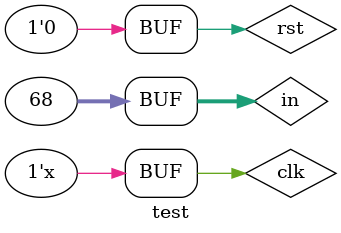
<source format=v>
module test;
  reg clk,rst;
  reg [31:0]in;
  system sys(.clk(clk),.rst(rst),.in(in));
  
  initial begin
    in=32'h7;
    clk=1;
    rst=0;
    #1 rst=1;
    #1 rst=0;
    #20000 in=32'h44;
  end
  
  always
  #30 clk=~clk;
endmodule

</source>
